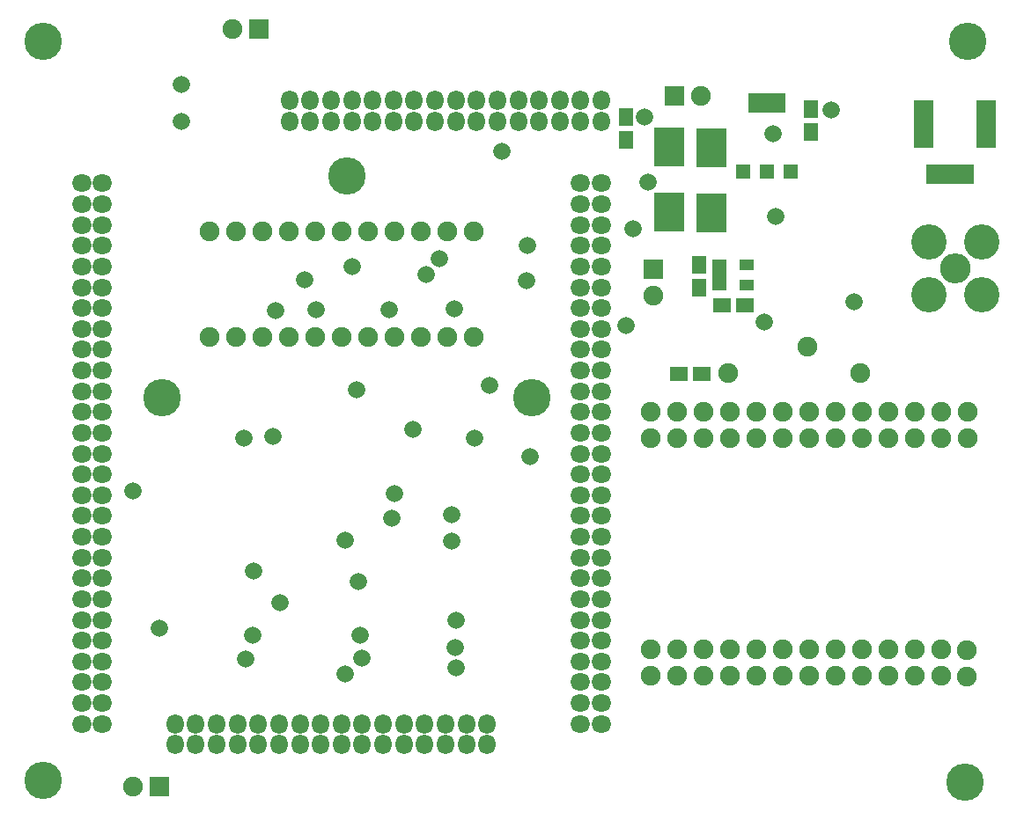
<source format=gts>
G04*
G04 #@! TF.GenerationSoftware,Altium Limited,Altium Designer,19.1.6 (110)*
G04*
G04 Layer_Color=8388736*
%FSLAX24Y24*%
%MOIN*%
G70*
G01*
G75*
%ADD14R,0.0650X0.0551*%
%ADD15R,0.1142X0.1457*%
%ADD16R,0.0551X0.0433*%
%ADD17R,0.0551X0.0650*%
%ADD18R,0.1417X0.0748*%
%ADD19R,0.0551X0.0551*%
%ADD20C,0.1417*%
%ADD21C,0.0748*%
%ADD22R,0.0748X0.0748*%
%ADD23R,0.0748X0.0748*%
%ADD24R,0.0748X0.1811*%
%ADD25R,0.1811X0.0748*%
%ADD26O,0.0650X0.0748*%
%ADD27O,0.0748X0.0650*%
%ADD28C,0.1339*%
%ADD29O,0.1161X0.1142*%
%ADD30C,0.0657*%
D14*
X26226Y16700D02*
D03*
X25360D02*
D03*
X27005Y19320D02*
D03*
X27871D02*
D03*
D15*
X25000Y22830D02*
D03*
Y25310D02*
D03*
X26615Y25280D02*
D03*
Y22800D02*
D03*
D16*
X26902Y20464D02*
D03*
Y20090D02*
D03*
Y20838D02*
D03*
X27925Y20090D02*
D03*
Y20838D02*
D03*
D17*
X23365Y26446D02*
D03*
Y25580D02*
D03*
X30365Y26736D02*
D03*
Y25870D02*
D03*
X26135Y19970D02*
D03*
Y20836D02*
D03*
D18*
X28715Y26980D02*
D03*
D19*
X29615Y24380D02*
D03*
X28715D02*
D03*
X27815D02*
D03*
D20*
X12800Y24200D02*
D03*
X1300Y29300D02*
D03*
Y1300D02*
D03*
X5800Y15800D02*
D03*
X19800D02*
D03*
X36300Y29300D02*
D03*
X36217Y1261D02*
D03*
D21*
X30233Y17730D02*
D03*
X32233Y16730D02*
D03*
X27233D02*
D03*
X26200Y27243D02*
D03*
X24410Y19690D02*
D03*
X4700Y1080D02*
D03*
X8470Y29770D02*
D03*
X8612Y18124D02*
D03*
X7612D02*
D03*
X11612D02*
D03*
X9612D02*
D03*
X10612D02*
D03*
X7612Y22124D02*
D03*
X8612D02*
D03*
X9612D02*
D03*
X10612D02*
D03*
X14612Y18124D02*
D03*
X12612D02*
D03*
X13612D02*
D03*
X15612D02*
D03*
X16612D02*
D03*
X17612D02*
D03*
X13612Y22124D02*
D03*
X11612D02*
D03*
X12612D02*
D03*
X16612D02*
D03*
X17612D02*
D03*
X14612D02*
D03*
X15612D02*
D03*
X36281Y5254D02*
D03*
Y6254D02*
D03*
X35285Y5280D02*
D03*
Y6280D02*
D03*
X34285Y5280D02*
D03*
Y6280D02*
D03*
X33285Y5280D02*
D03*
Y6280D02*
D03*
X32285Y5280D02*
D03*
Y6280D02*
D03*
X31285Y5280D02*
D03*
Y6280D02*
D03*
X30285Y5280D02*
D03*
Y6280D02*
D03*
X29285Y5280D02*
D03*
Y6280D02*
D03*
X28285Y5280D02*
D03*
Y6280D02*
D03*
X27285Y5280D02*
D03*
Y6280D02*
D03*
X26285Y5280D02*
D03*
Y6280D02*
D03*
X25285Y5280D02*
D03*
Y6280D02*
D03*
X24285Y5280D02*
D03*
Y6280D02*
D03*
X36285Y14280D02*
D03*
Y15280D02*
D03*
X35285Y14280D02*
D03*
Y15280D02*
D03*
X34285Y14280D02*
D03*
Y15280D02*
D03*
X33285Y14280D02*
D03*
Y15280D02*
D03*
X32285Y14280D02*
D03*
Y15280D02*
D03*
X31285Y14280D02*
D03*
Y15280D02*
D03*
X30285Y14280D02*
D03*
Y15280D02*
D03*
X29285Y14280D02*
D03*
Y15280D02*
D03*
X28285Y14280D02*
D03*
Y15280D02*
D03*
X27285Y14280D02*
D03*
Y15280D02*
D03*
X26285Y14280D02*
D03*
Y15280D02*
D03*
X25285Y14280D02*
D03*
Y15280D02*
D03*
X24285Y14280D02*
D03*
Y15280D02*
D03*
D22*
X25200Y27243D02*
D03*
X5700Y1080D02*
D03*
X9470Y29770D02*
D03*
D23*
X24410Y20690D02*
D03*
D24*
X37000Y26180D02*
D03*
X34638D02*
D03*
D25*
X35622Y24290D02*
D03*
D26*
X10627Y27080D02*
D03*
X11414D02*
D03*
X12202D02*
D03*
X12989D02*
D03*
X13776D02*
D03*
X14564D02*
D03*
X15351D02*
D03*
X16139D02*
D03*
X16926D02*
D03*
X17713D02*
D03*
X18501D02*
D03*
X19288D02*
D03*
X20076D02*
D03*
X20863D02*
D03*
X21650D02*
D03*
X22438D02*
D03*
Y26293D02*
D03*
X21650D02*
D03*
X20863D02*
D03*
X20076D02*
D03*
X19288D02*
D03*
X18501D02*
D03*
X17713D02*
D03*
X16926D02*
D03*
X16139D02*
D03*
X15351D02*
D03*
X14564D02*
D03*
X13776D02*
D03*
X12989D02*
D03*
X12202D02*
D03*
X11414D02*
D03*
X10627D02*
D03*
X6296Y3458D02*
D03*
X7083D02*
D03*
X7871D02*
D03*
X8658D02*
D03*
X9446D02*
D03*
X10233D02*
D03*
X11020D02*
D03*
X11808D02*
D03*
X12595D02*
D03*
X13383D02*
D03*
X14170D02*
D03*
X14957D02*
D03*
X15745D02*
D03*
X16532D02*
D03*
X17320D02*
D03*
X18107D02*
D03*
Y2671D02*
D03*
X17320D02*
D03*
X16532D02*
D03*
X15745D02*
D03*
X14957D02*
D03*
X14170D02*
D03*
X13383D02*
D03*
X12595D02*
D03*
X11808D02*
D03*
X11020D02*
D03*
X10233D02*
D03*
X9446D02*
D03*
X8658D02*
D03*
X7871D02*
D03*
X7083D02*
D03*
X6296D02*
D03*
D27*
X21650Y3458D02*
D03*
X22438D02*
D03*
X21650Y4245D02*
D03*
X22438D02*
D03*
X21650Y5033D02*
D03*
X22438D02*
D03*
X21650Y5820D02*
D03*
X22438D02*
D03*
X21650Y6608D02*
D03*
X22438D02*
D03*
X21650Y7395D02*
D03*
X22438D02*
D03*
X21650Y8182D02*
D03*
X22438D02*
D03*
Y8970D02*
D03*
Y9757D02*
D03*
Y10545D02*
D03*
Y11332D02*
D03*
Y12119D02*
D03*
Y12907D02*
D03*
Y13694D02*
D03*
Y14482D02*
D03*
Y15269D02*
D03*
Y16056D02*
D03*
Y16844D02*
D03*
Y17631D02*
D03*
Y18419D02*
D03*
Y19206D02*
D03*
Y19993D02*
D03*
Y20781D02*
D03*
Y21568D02*
D03*
Y22356D02*
D03*
Y23143D02*
D03*
Y23930D02*
D03*
X21650D02*
D03*
Y23143D02*
D03*
Y22356D02*
D03*
Y21568D02*
D03*
Y20781D02*
D03*
Y19993D02*
D03*
Y19206D02*
D03*
Y18419D02*
D03*
Y17631D02*
D03*
Y16844D02*
D03*
Y16056D02*
D03*
Y15269D02*
D03*
Y14482D02*
D03*
Y13694D02*
D03*
Y12907D02*
D03*
Y12119D02*
D03*
Y11332D02*
D03*
Y10545D02*
D03*
Y9757D02*
D03*
Y8970D02*
D03*
X2753Y3458D02*
D03*
X3540D02*
D03*
X2753Y4245D02*
D03*
X3540D02*
D03*
X2753Y5033D02*
D03*
X3540D02*
D03*
X2753Y5820D02*
D03*
X3540D02*
D03*
X2753Y6608D02*
D03*
X3540D02*
D03*
X2753Y7395D02*
D03*
X3540D02*
D03*
X2753Y8182D02*
D03*
X3540D02*
D03*
Y8970D02*
D03*
Y9757D02*
D03*
Y10545D02*
D03*
Y11332D02*
D03*
Y12119D02*
D03*
Y12907D02*
D03*
Y13694D02*
D03*
Y14482D02*
D03*
Y15269D02*
D03*
Y16056D02*
D03*
Y16844D02*
D03*
Y17631D02*
D03*
Y18419D02*
D03*
Y19206D02*
D03*
Y19993D02*
D03*
Y20781D02*
D03*
Y21568D02*
D03*
Y22356D02*
D03*
Y23143D02*
D03*
Y23930D02*
D03*
X2753D02*
D03*
Y23143D02*
D03*
Y22356D02*
D03*
Y21568D02*
D03*
Y20781D02*
D03*
Y19993D02*
D03*
Y19206D02*
D03*
Y18419D02*
D03*
Y17631D02*
D03*
Y16844D02*
D03*
Y16056D02*
D03*
Y15269D02*
D03*
Y14482D02*
D03*
Y13694D02*
D03*
Y12907D02*
D03*
Y12119D02*
D03*
Y11332D02*
D03*
Y10545D02*
D03*
Y9757D02*
D03*
Y8970D02*
D03*
D28*
X34840Y21700D02*
D03*
Y19700D02*
D03*
X36840Y21700D02*
D03*
Y19700D02*
D03*
D29*
X35840Y20700D02*
D03*
D30*
X6550Y26280D02*
D03*
X6530Y27680D02*
D03*
X32010Y19450D02*
D03*
X5700Y7080D02*
D03*
X17650Y14270D02*
D03*
X19737Y13580D02*
D03*
X14600Y12180D02*
D03*
X18185Y16265D02*
D03*
X28600Y18680D02*
D03*
X24200Y23980D02*
D03*
X4700Y12280D02*
D03*
X16300Y21080D02*
D03*
X15800Y20480D02*
D03*
X11200Y20280D02*
D03*
X13000Y20780D02*
D03*
X8900Y14280D02*
D03*
X29020Y22670D02*
D03*
X18670Y25160D02*
D03*
X23370Y18560D02*
D03*
X23619Y22221D02*
D03*
X9997Y14357D02*
D03*
X9255Y9245D02*
D03*
X12730Y5360D02*
D03*
X12737Y10403D02*
D03*
X13307Y6823D02*
D03*
X16937Y5593D02*
D03*
X16777Y10373D02*
D03*
Y11373D02*
D03*
X16927Y7363D02*
D03*
X16917Y6343D02*
D03*
X14517Y11233D02*
D03*
X16860Y19180D02*
D03*
X14400Y19140D02*
D03*
X11620Y19130D02*
D03*
X10090Y19120D02*
D03*
X24065Y26446D02*
D03*
X13162Y16113D02*
D03*
X13377Y5943D02*
D03*
X15294Y14624D02*
D03*
X28919Y25818D02*
D03*
X31135Y26720D02*
D03*
X10277Y8033D02*
D03*
X13247Y8843D02*
D03*
X9247Y6813D02*
D03*
X8977Y5923D02*
D03*
X19635Y21590D02*
D03*
X19615Y20260D02*
D03*
M02*

</source>
